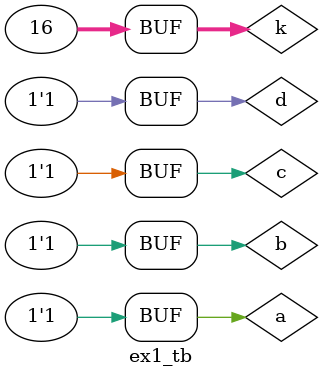
<source format=v>
module ex1 (
	input a, b, c, d,
	output f1, f2, f3, f4, f5
);
  assign f1 = 0;
	assign f2 = (a & (~b)) | (b & d) | (~c & d);
	assign f3 = (~c & ~d) | (b & d);
	assign f4 = (~c & d) | (b & ~c) | (a & b);
	assign f5 = (~a & d) | (~b & d) | (b & ~d);
endmodule

module ex1_tb;
	reg a, b, c, d;
	wire f1, f2, f3, f4, f5;

	ex1b inst (.a(a), .b(b), .c(c), .d(d), .f1(f1), .f2(f2), .f3(f3), .f4(f4), .f5(f5));

	integer k;
	initial begin
		$display("time\ta\tb\tc\td\ti_int\tf1\tf2\tf3\tf4\tf5");
		$monitor("%0t\t%b\t%b\t%b\t%b\t%0d\t%b\t%b\t%b\t%b\t%b", $time, a, b, c, d, {a,b,c,d}, f1, f2, f3, f4, f5);
		{a, b, c, d} = 0;
		for (k = 1; k < 16; k = k + 1)
			#10 {a, b, c, d} = k;
	end
endmodule
</source>
